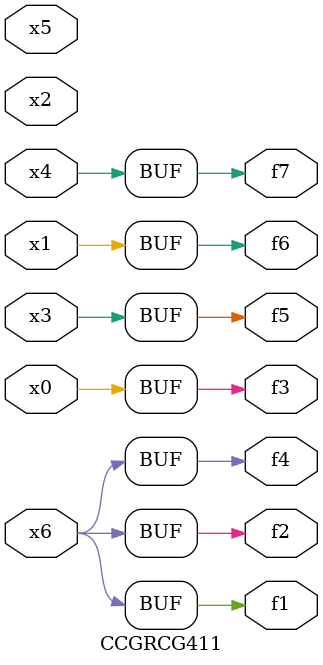
<source format=v>
module CCGRCG411(
	input x0, x1, x2, x3, x4, x5, x6,
	output f1, f2, f3, f4, f5, f6, f7
);
	assign f1 = x6;
	assign f2 = x6;
	assign f3 = x0;
	assign f4 = x6;
	assign f5 = x3;
	assign f6 = x1;
	assign f7 = x4;
endmodule

</source>
